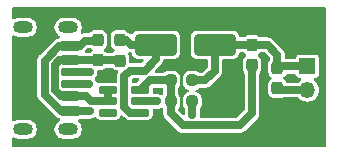
<source format=gbr>
%TF.GenerationSoftware,KiCad,Pcbnew,8.0.8*%
%TF.CreationDate,2025-02-05T16:41:29+08:00*%
%TF.ProjectId,5V24VBoostUp(USBC),35563234-5642-46f6-9f73-745570285553,rev?*%
%TF.SameCoordinates,Original*%
%TF.FileFunction,Copper,L1,Top*%
%TF.FilePolarity,Positive*%
%FSLAX46Y46*%
G04 Gerber Fmt 4.6, Leading zero omitted, Abs format (unit mm)*
G04 Created by KiCad (PCBNEW 8.0.8) date 2025-02-05 16:41:29*
%MOMM*%
%LPD*%
G01*
G04 APERTURE LIST*
G04 Aperture macros list*
%AMRoundRect*
0 Rectangle with rounded corners*
0 $1 Rounding radius*
0 $2 $3 $4 $5 $6 $7 $8 $9 X,Y pos of 4 corners*
0 Add a 4 corners polygon primitive as box body*
4,1,4,$2,$3,$4,$5,$6,$7,$8,$9,$2,$3,0*
0 Add four circle primitives for the rounded corners*
1,1,$1+$1,$2,$3*
1,1,$1+$1,$4,$5*
1,1,$1+$1,$6,$7*
1,1,$1+$1,$8,$9*
0 Add four rect primitives between the rounded corners*
20,1,$1+$1,$2,$3,$4,$5,0*
20,1,$1+$1,$4,$5,$6,$7,0*
20,1,$1+$1,$6,$7,$8,$9,0*
20,1,$1+$1,$8,$9,$2,$3,0*%
G04 Aperture macros list end*
%TA.AperFunction,SMDPad,CuDef*%
%ADD10RoundRect,0.162500X0.617500X0.162500X-0.617500X0.162500X-0.617500X-0.162500X0.617500X-0.162500X0*%
%TD*%
%TA.AperFunction,SMDPad,CuDef*%
%ADD11RoundRect,0.237500X-0.250000X-0.237500X0.250000X-0.237500X0.250000X0.237500X-0.250000X0.237500X0*%
%TD*%
%TA.AperFunction,SMDPad,CuDef*%
%ADD12RoundRect,0.237500X-0.237500X0.300000X-0.237500X-0.300000X0.237500X-0.300000X0.237500X0.300000X0*%
%TD*%
%TA.AperFunction,SMDPad,CuDef*%
%ADD13RoundRect,0.175000X-0.625000X0.175000X-0.625000X-0.175000X0.625000X-0.175000X0.625000X0.175000X0*%
%TD*%
%TA.AperFunction,SMDPad,CuDef*%
%ADD14RoundRect,0.200000X-0.600000X0.200000X-0.600000X-0.200000X0.600000X-0.200000X0.600000X0.200000X0*%
%TD*%
%TA.AperFunction,SMDPad,CuDef*%
%ADD15RoundRect,0.225000X-0.575000X0.225000X-0.575000X-0.225000X0.575000X-0.225000X0.575000X0.225000X0*%
%TD*%
%TA.AperFunction,HeatsinkPad*%
%ADD16O,1.700000X1.000000*%
%TD*%
%TA.AperFunction,ComponentPad*%
%ADD17R,1.350000X1.350000*%
%TD*%
%TA.AperFunction,ComponentPad*%
%ADD18O,1.350000X1.350000*%
%TD*%
%TA.AperFunction,SMDPad,CuDef*%
%ADD19RoundRect,0.237500X0.237500X-0.300000X0.237500X0.300000X-0.237500X0.300000X-0.237500X-0.300000X0*%
%TD*%
%TA.AperFunction,SMDPad,CuDef*%
%ADD20RoundRect,0.250000X1.500000X0.650000X-1.500000X0.650000X-1.500000X-0.650000X1.500000X-0.650000X0*%
%TD*%
%TA.AperFunction,SMDPad,CuDef*%
%ADD21RoundRect,0.237500X0.237500X-0.287500X0.237500X0.287500X-0.237500X0.287500X-0.237500X-0.287500X0*%
%TD*%
%TA.AperFunction,SMDPad,CuDef*%
%ADD22RoundRect,0.237500X0.250000X0.237500X-0.250000X0.237500X-0.250000X-0.237500X0.250000X-0.237500X0*%
%TD*%
%TA.AperFunction,ViaPad*%
%ADD23C,0.600000*%
%TD*%
%TA.AperFunction,Conductor*%
%ADD24C,0.650000*%
%TD*%
G04 APERTURE END LIST*
D10*
%TO.P,U1,1,SW*%
%TO.N,Net-(D1-A)*%
X121970800Y-96057800D03*
%TO.P,U1,2,GND*%
%TO.N,GND*%
X121970800Y-95107800D03*
%TO.P,U1,3,FB*%
%TO.N,Net-(U1-FB)*%
X121970800Y-94157800D03*
%TO.P,U1,4,EN*%
%TO.N,Net-(U1-EN)*%
X119270800Y-94157800D03*
%TO.P,U1,5,IN*%
X119270800Y-95107800D03*
%TO.P,U1,6,NC*%
%TO.N,unconnected-(U1-NC-Pad6)*%
X119270800Y-96057800D03*
%TD*%
D11*
%TO.P,R1,1*%
%TO.N,Net-(U1-FB)*%
X124588900Y-93345000D03*
%TO.P,R1,2*%
%TO.N,Net-(D1-K)*%
X126413900Y-93345000D03*
%TD*%
D12*
%TO.P,C2,1*%
%TO.N,Net-(D1-K)*%
X131470400Y-90322400D03*
%TO.P,C2,2*%
%TO.N,Net-(U1-FB)*%
X131470400Y-92047400D03*
%TD*%
D13*
%TO.P,J3,A5,CC1*%
%TO.N,Net-(J3-CC1)*%
X116078000Y-92663200D03*
D14*
%TO.P,J3,A9,VBUS*%
%TO.N,Net-(U1-EN)*%
X116078000Y-94683200D03*
D15*
%TO.P,J3,A12,GND*%
%TO.N,GND*%
X116078000Y-95913200D03*
D13*
%TO.P,J3,B5,CC2*%
%TO.N,Net-(J3-CC2)*%
X116078000Y-93663200D03*
D14*
%TO.P,J3,B9,VBUS*%
%TO.N,Net-(U1-EN)*%
X116078000Y-91643200D03*
D15*
%TO.P,J3,B12,GND*%
%TO.N,GND*%
X116078000Y-90413200D03*
D16*
%TO.P,J3,S1,SHIELD*%
X115898000Y-88843200D03*
X112098000Y-88843200D03*
X115898000Y-97483200D03*
X112098000Y-97483200D03*
%TD*%
D17*
%TO.P,J2,1,Pin_1*%
%TO.N,Net-(D1-K)*%
X136169400Y-92151200D03*
D18*
%TO.P,J2,2,Pin_2*%
%TO.N,GND*%
X136169400Y-94151200D03*
%TD*%
D12*
%TO.P,C3,1*%
%TO.N,Net-(D1-K)*%
X133629400Y-92279300D03*
%TO.P,C3,2*%
%TO.N,GND*%
X133629400Y-94004300D03*
%TD*%
D19*
%TO.P,C1,1*%
%TO.N,Net-(U1-EN)*%
X118440200Y-91641000D03*
%TO.P,C1,2*%
%TO.N,GND*%
X118440200Y-89916000D03*
%TD*%
D20*
%TO.P,D1,1,K*%
%TO.N,Net-(D1-K)*%
X128331600Y-90322400D03*
%TO.P,D1,2,A*%
%TO.N,Net-(D1-A)*%
X123331600Y-90322400D03*
%TD*%
D21*
%TO.P,L1,1,1*%
%TO.N,Net-(U1-EN)*%
X120269000Y-91654600D03*
%TO.P,L1,2,2*%
%TO.N,Net-(D1-A)*%
X120269000Y-89904600D03*
%TD*%
D22*
%TO.P,R2,1*%
%TO.N,GND*%
X126413900Y-95123000D03*
%TO.P,R2,2*%
%TO.N,Net-(U1-FB)*%
X124588900Y-95123000D03*
%TD*%
D23*
%TO.N,GND*%
X126415800Y-96291400D03*
X123418600Y-95123000D03*
X117729000Y-95957801D03*
X117322600Y-89966800D03*
%TO.N,Net-(J3-CC1)*%
X117729000Y-92659200D03*
%TO.N,Net-(J3-CC2)*%
X117703600Y-93675200D03*
%TD*%
D24*
%TO.N,Net-(U1-EN)*%
X114753000Y-92028400D02*
X115138200Y-91643200D01*
X116078000Y-94683200D02*
X115278000Y-94683200D01*
X117441600Y-94683200D02*
X116078000Y-94683200D01*
X114753000Y-94158200D02*
X114753000Y-92028400D01*
X118440200Y-91641000D02*
X120255400Y-91641000D01*
X118438000Y-91643200D02*
X118440200Y-91641000D01*
X119270800Y-95107800D02*
X117866200Y-95107800D01*
X119270800Y-94157800D02*
X119270800Y-95107800D01*
X117866200Y-95107800D02*
X117441600Y-94683200D01*
X115278000Y-94683200D02*
X114753000Y-94158200D01*
X115138200Y-91643200D02*
X116078000Y-91643200D01*
X116078000Y-91643200D02*
X118438000Y-91643200D01*
X120255400Y-91641000D02*
X120269000Y-91654600D01*
%TO.N,GND*%
X113902999Y-91676319D02*
X115166118Y-90413200D01*
X116078000Y-95913200D02*
X115278000Y-95913200D01*
X116876200Y-90413200D02*
X117322600Y-89966800D01*
X136169400Y-94151200D02*
X133776300Y-94151200D01*
X115166118Y-90413200D02*
X116078000Y-90413200D01*
X121970800Y-95107800D02*
X123403400Y-95107800D01*
X113902999Y-94538199D02*
X113902999Y-91676319D01*
X115278000Y-95913200D02*
X113902999Y-94538199D01*
X117322600Y-89966800D02*
X118389400Y-89966800D01*
X123403400Y-95107800D02*
X123418600Y-95123000D01*
X118389400Y-89966800D02*
X118440200Y-89916000D01*
X116122601Y-95957801D02*
X117729000Y-95957801D01*
X116078000Y-90413200D02*
X116876200Y-90413200D01*
X133776300Y-94151200D02*
X133629400Y-94004300D01*
X116078000Y-95913200D02*
X116122601Y-95957801D01*
X126413900Y-96289500D02*
X126415800Y-96291400D01*
X126413900Y-95123000D02*
X126413900Y-96289500D01*
%TO.N,Net-(D1-K)*%
X126415800Y-93319600D02*
X127533400Y-93319600D01*
X131470400Y-90322400D02*
X132791200Y-90322400D01*
X128331600Y-92521400D02*
X128331600Y-90322400D01*
X133629400Y-91160600D02*
X133629400Y-92279300D01*
X133757500Y-92151200D02*
X133629400Y-92279300D01*
X131470400Y-90322400D02*
X128331600Y-90322400D01*
X127533400Y-93319600D02*
X128331600Y-92521400D01*
X136169400Y-92151200D02*
X133757500Y-92151200D01*
X132791200Y-90322400D02*
X133629400Y-91160600D01*
%TO.N,Net-(U1-FB)*%
X131470400Y-92047400D02*
X131470400Y-96113600D01*
X121970800Y-94157800D02*
X122809000Y-93319600D01*
X124590800Y-93319600D02*
X124590800Y-95121100D01*
X130442599Y-97141401D02*
X125589401Y-97141401D01*
X125589401Y-97141401D02*
X124588900Y-96140900D01*
X124590800Y-95121100D02*
X124588900Y-95123000D01*
X124588900Y-96140900D02*
X124588900Y-95123000D01*
X122809000Y-93319600D02*
X124590800Y-93319600D01*
X131470400Y-96113600D02*
X130442599Y-97141401D01*
%TO.N,Net-(D1-A)*%
X123331600Y-91552400D02*
X123331600Y-90322400D01*
X121147200Y-92506800D02*
X122377200Y-92506800D01*
X121208800Y-90322400D02*
X123331600Y-90322400D01*
X120665800Y-92988200D02*
X121147200Y-92506800D01*
X121970800Y-96057800D02*
X121164026Y-96057800D01*
X120269000Y-89904600D02*
X120791000Y-89904600D01*
X120665800Y-95559574D02*
X120665800Y-92988200D01*
X121164026Y-96057800D02*
X120665800Y-95559574D01*
X120791000Y-89904600D02*
X121208800Y-90322400D01*
X122377200Y-92506800D02*
X123331600Y-91552400D01*
%TO.N,Net-(J3-CC1)*%
X116078000Y-92663200D02*
X117725000Y-92663200D01*
X117725000Y-92663200D02*
X117729000Y-92659200D01*
%TO.N,Net-(J3-CC2)*%
X117691600Y-93663200D02*
X117703600Y-93675200D01*
X116078000Y-93663200D02*
X117691600Y-93663200D01*
%TD*%
%TA.AperFunction,NonConductor*%
G36*
X137720139Y-87184985D02*
G01*
X137765894Y-87237789D01*
X137777100Y-87289300D01*
X137777100Y-98892700D01*
X137757415Y-98959739D01*
X137704611Y-99005494D01*
X137653100Y-99016700D01*
X111266900Y-99016700D01*
X111199861Y-98997015D01*
X111154106Y-98944211D01*
X111142900Y-98892700D01*
X111142900Y-98273626D01*
X111162585Y-98206587D01*
X111215389Y-98160832D01*
X111284547Y-98150888D01*
X111335792Y-98170525D01*
X111368812Y-98192589D01*
X111368827Y-98192597D01*
X111514498Y-98252935D01*
X111514503Y-98252937D01*
X111669153Y-98283699D01*
X111669156Y-98283700D01*
X111669158Y-98283700D01*
X112526844Y-98283700D01*
X112526845Y-98283699D01*
X112681497Y-98252937D01*
X112827179Y-98192594D01*
X112958289Y-98104989D01*
X113069789Y-97993489D01*
X113157394Y-97862379D01*
X113217737Y-97716697D01*
X113248500Y-97562042D01*
X113248500Y-97404358D01*
X113248500Y-97404355D01*
X113248499Y-97404353D01*
X113217738Y-97249710D01*
X113217737Y-97249703D01*
X113217735Y-97249698D01*
X113157397Y-97104027D01*
X113157390Y-97104014D01*
X113069789Y-96972911D01*
X113069786Y-96972907D01*
X112958292Y-96861413D01*
X112958288Y-96861410D01*
X112827185Y-96773809D01*
X112827172Y-96773802D01*
X112681501Y-96713464D01*
X112681489Y-96713461D01*
X112526845Y-96682700D01*
X112526842Y-96682700D01*
X111669158Y-96682700D01*
X111669155Y-96682700D01*
X111514510Y-96713461D01*
X111514498Y-96713464D01*
X111368827Y-96773802D01*
X111368816Y-96773808D01*
X111335790Y-96795876D01*
X111269113Y-96816753D01*
X111201733Y-96798268D01*
X111155043Y-96746289D01*
X111142900Y-96692773D01*
X111142900Y-91614707D01*
X113277499Y-91614707D01*
X113277499Y-91614713D01*
X113277499Y-94476592D01*
X113277499Y-94599806D01*
X113279664Y-94610692D01*
X113286220Y-94643655D01*
X113301534Y-94720646D01*
X113301537Y-94720654D01*
X113311542Y-94744808D01*
X113348684Y-94834479D01*
X113348689Y-94834488D01*
X113382913Y-94885706D01*
X113382914Y-94885708D01*
X113417140Y-94936932D01*
X113508585Y-95028377D01*
X113508607Y-95028397D01*
X114789016Y-96308806D01*
X114789045Y-96308837D01*
X114879264Y-96399056D01*
X114879267Y-96399058D01*
X114930490Y-96433284D01*
X114981714Y-96467512D01*
X114981715Y-96467512D01*
X114981716Y-96467513D01*
X114992431Y-96471951D01*
X115062207Y-96500852D01*
X115095548Y-96514663D01*
X115113914Y-96518316D01*
X115164646Y-96541128D01*
X115192295Y-96562094D01*
X115233820Y-96618285D01*
X115238373Y-96688006D01*
X115204509Y-96749121D01*
X115173527Y-96769695D01*
X115174191Y-96770936D01*
X115168814Y-96773809D01*
X115037711Y-96861410D01*
X115037707Y-96861413D01*
X114926213Y-96972907D01*
X114926210Y-96972911D01*
X114838609Y-97104014D01*
X114838602Y-97104027D01*
X114778264Y-97249698D01*
X114778261Y-97249710D01*
X114747500Y-97404353D01*
X114747500Y-97562046D01*
X114778261Y-97716689D01*
X114778264Y-97716701D01*
X114838602Y-97862372D01*
X114838609Y-97862385D01*
X114926210Y-97993488D01*
X114926213Y-97993492D01*
X115037707Y-98104986D01*
X115037711Y-98104989D01*
X115168814Y-98192590D01*
X115168827Y-98192597D01*
X115314498Y-98252935D01*
X115314503Y-98252937D01*
X115469153Y-98283699D01*
X115469156Y-98283700D01*
X115469158Y-98283700D01*
X116326844Y-98283700D01*
X116326845Y-98283699D01*
X116481497Y-98252937D01*
X116627179Y-98192594D01*
X116758289Y-98104989D01*
X116869789Y-97993489D01*
X116957394Y-97862379D01*
X117017737Y-97716697D01*
X117048500Y-97562042D01*
X117048500Y-97404358D01*
X117048500Y-97404355D01*
X117048499Y-97404353D01*
X117017738Y-97249710D01*
X117017737Y-97249703D01*
X117017735Y-97249698D01*
X116957397Y-97104027D01*
X116957390Y-97104014D01*
X116869789Y-96972911D01*
X116869786Y-96972907D01*
X116758292Y-96861413D01*
X116756877Y-96860252D01*
X116756334Y-96859455D01*
X116753982Y-96857103D01*
X116754427Y-96856657D01*
X116717540Y-96802508D01*
X116715666Y-96732664D01*
X116751850Y-96672893D01*
X116790043Y-96649042D01*
X116912975Y-96600564D01*
X116912982Y-96600557D01*
X116915371Y-96599216D01*
X116918409Y-96598420D01*
X116920865Y-96597452D01*
X116920981Y-96597746D01*
X116976147Y-96583301D01*
X117790607Y-96583301D01*
X117790608Y-96583300D01*
X117911452Y-96559264D01*
X118025286Y-96512112D01*
X118106341Y-96457952D01*
X118173017Y-96437075D01*
X118240397Y-96455559D01*
X118275001Y-96487421D01*
X118284915Y-96500854D01*
X118322210Y-96551388D01*
X118322212Y-96551390D01*
X118434505Y-96634265D01*
X118434507Y-96634266D01*
X118434511Y-96634269D01*
X118434514Y-96634270D01*
X118566249Y-96680367D01*
X118597524Y-96683300D01*
X118597528Y-96683300D01*
X119944076Y-96683300D01*
X119975349Y-96680367D01*
X119975351Y-96680367D01*
X120064876Y-96649040D01*
X120107089Y-96634269D01*
X120219389Y-96551389D01*
X120302269Y-96439089D01*
X120330007Y-96359819D01*
X120370728Y-96303043D01*
X120435681Y-96277296D01*
X120504243Y-96290752D01*
X120534729Y-96313093D01*
X120675042Y-96453406D01*
X120675071Y-96453437D01*
X120765289Y-96543655D01*
X120765297Y-96543661D01*
X120840995Y-96594241D01*
X120840996Y-96594241D01*
X120867741Y-96612112D01*
X120923884Y-96635367D01*
X120923885Y-96635367D01*
X120923886Y-96635368D01*
X120960260Y-96650434D01*
X120981574Y-96659263D01*
X121025052Y-96667911D01*
X121102417Y-96683299D01*
X121102418Y-96683300D01*
X121102419Y-96683300D01*
X122644076Y-96683300D01*
X122675349Y-96680367D01*
X122675351Y-96680367D01*
X122764876Y-96649040D01*
X122807089Y-96634269D01*
X122919389Y-96551389D01*
X123002269Y-96439089D01*
X123032391Y-96353007D01*
X123048367Y-96307351D01*
X123048367Y-96307349D01*
X123051300Y-96276076D01*
X123051300Y-95857300D01*
X123070985Y-95790261D01*
X123123789Y-95744506D01*
X123175300Y-95733300D01*
X123268365Y-95733300D01*
X123292555Y-95735682D01*
X123356991Y-95748499D01*
X123356992Y-95748500D01*
X123356993Y-95748500D01*
X123480208Y-95748500D01*
X123480209Y-95748499D01*
X123601051Y-95724463D01*
X123714885Y-95677312D01*
X123743249Y-95658358D01*
X123809923Y-95637480D01*
X123877304Y-95655963D01*
X123910944Y-95686535D01*
X123938204Y-95722483D01*
X123963027Y-95787795D01*
X123963400Y-95797408D01*
X123963400Y-96202511D01*
X123987435Y-96323344D01*
X123987440Y-96323361D01*
X124034585Y-96437181D01*
X124034590Y-96437190D01*
X124054852Y-96467513D01*
X124054853Y-96467514D01*
X124103041Y-96539632D01*
X124103044Y-96539636D01*
X124194486Y-96631078D01*
X124194508Y-96631098D01*
X125100417Y-97537007D01*
X125100446Y-97537038D01*
X125190665Y-97627257D01*
X125190668Y-97627259D01*
X125241891Y-97661485D01*
X125293115Y-97695713D01*
X125373608Y-97729053D01*
X125406949Y-97742864D01*
X125467372Y-97754882D01*
X125527794Y-97766901D01*
X130504206Y-97766901D01*
X130564628Y-97754882D01*
X130625051Y-97742864D01*
X130625054Y-97742862D01*
X130625057Y-97742862D01*
X130658386Y-97729055D01*
X130658385Y-97729055D01*
X130658391Y-97729053D01*
X130738885Y-97695713D01*
X130790108Y-97661485D01*
X130790110Y-97661484D01*
X130802870Y-97652957D01*
X130841332Y-97627259D01*
X130928457Y-97540134D01*
X130928458Y-97540132D01*
X130935524Y-97533066D01*
X130935527Y-97533062D01*
X131869129Y-96599460D01*
X131869133Y-96599458D01*
X131956258Y-96512333D01*
X131990484Y-96461109D01*
X132024712Y-96409886D01*
X132065285Y-96311933D01*
X132071863Y-96296052D01*
X132095900Y-96175206D01*
X132095900Y-92767824D01*
X132115585Y-92700785D01*
X132121096Y-92692899D01*
X132165655Y-92634139D01*
X132181262Y-92613558D01*
X132235517Y-92475977D01*
X132245900Y-92389518D01*
X132245900Y-91705282D01*
X132235517Y-91618823D01*
X132181262Y-91481242D01*
X132158846Y-91451682D01*
X132091900Y-91363399D01*
X132012824Y-91303435D01*
X131986803Y-91283702D01*
X131945281Y-91227512D01*
X131940729Y-91157791D01*
X131974593Y-91096677D01*
X131986799Y-91086099D01*
X132091900Y-91006400D01*
X132091901Y-91006399D01*
X132099049Y-90996974D01*
X132155242Y-90955451D01*
X132197852Y-90947900D01*
X132480748Y-90947900D01*
X132547787Y-90967585D01*
X132568429Y-90984219D01*
X132967581Y-91383371D01*
X133001066Y-91444694D01*
X133003900Y-91471052D01*
X133003900Y-91558875D01*
X132984215Y-91625914D01*
X132978704Y-91633800D01*
X132918539Y-91713139D01*
X132864282Y-91850724D01*
X132864282Y-91850725D01*
X132853900Y-91937181D01*
X132853900Y-92621418D01*
X132864282Y-92707874D01*
X132864282Y-92707875D01*
X132870444Y-92723500D01*
X132917034Y-92841645D01*
X132918539Y-92845460D01*
X133007899Y-92963300D01*
X133112995Y-93042996D01*
X133154518Y-93099188D01*
X133159070Y-93168909D01*
X133125205Y-93230024D01*
X133112995Y-93240604D01*
X133007899Y-93320299D01*
X132918539Y-93438139D01*
X132864282Y-93575724D01*
X132864282Y-93575725D01*
X132853900Y-93662181D01*
X132853900Y-94346418D01*
X132864282Y-94432874D01*
X132864282Y-94432875D01*
X132918539Y-94570460D01*
X133007899Y-94688300D01*
X133098396Y-94756925D01*
X133125742Y-94777662D01*
X133263323Y-94831917D01*
X133320962Y-94838839D01*
X133349781Y-94842300D01*
X133349782Y-94842300D01*
X133909019Y-94842300D01*
X133930632Y-94839704D01*
X133995477Y-94831917D01*
X134113575Y-94785344D01*
X134159065Y-94776700D01*
X135362138Y-94776700D01*
X135429177Y-94796385D01*
X135457992Y-94822036D01*
X135476280Y-94844320D01*
X135624817Y-94966222D01*
X135624824Y-94966226D01*
X135794281Y-95056803D01*
X135794283Y-95056803D01*
X135794286Y-95056805D01*
X135978169Y-95112585D01*
X135978168Y-95112585D01*
X135995314Y-95114273D01*
X136169400Y-95131420D01*
X136360631Y-95112585D01*
X136544514Y-95056805D01*
X136713981Y-94966223D01*
X136862520Y-94844320D01*
X136984423Y-94695781D01*
X137044015Y-94584293D01*
X137075003Y-94526318D01*
X137075003Y-94526317D01*
X137075005Y-94526314D01*
X137130785Y-94342431D01*
X137149620Y-94151200D01*
X137130785Y-93959969D01*
X137075005Y-93776086D01*
X137075003Y-93776083D01*
X137075003Y-93776081D01*
X136984426Y-93606624D01*
X136984422Y-93606617D01*
X136862520Y-93458079D01*
X136726623Y-93346552D01*
X136687289Y-93288807D01*
X136685418Y-93218962D01*
X136721605Y-93159194D01*
X136784361Y-93128478D01*
X136805287Y-93126699D01*
X136889264Y-93126699D01*
X136889279Y-93126697D01*
X136889282Y-93126697D01*
X136914387Y-93123786D01*
X136914388Y-93123785D01*
X136914391Y-93123785D01*
X137017165Y-93078406D01*
X137096606Y-92998965D01*
X137141985Y-92896191D01*
X137144900Y-92871065D01*
X137144899Y-91431336D01*
X137144897Y-91431317D01*
X137141986Y-91406212D01*
X137141985Y-91406210D01*
X137141985Y-91406209D01*
X137096606Y-91303435D01*
X137017165Y-91223994D01*
X137007628Y-91219783D01*
X136914392Y-91178615D01*
X136889265Y-91175700D01*
X135449543Y-91175700D01*
X135449517Y-91175702D01*
X135424412Y-91178613D01*
X135424408Y-91178615D01*
X135321635Y-91223993D01*
X135242194Y-91303434D01*
X135196815Y-91406206D01*
X135196815Y-91406208D01*
X135195680Y-91415992D01*
X135168399Y-91480316D01*
X135110673Y-91519680D01*
X135072506Y-91525700D01*
X134378900Y-91525700D01*
X134311861Y-91506015D01*
X134266106Y-91453211D01*
X134254900Y-91401700D01*
X134254900Y-91098996D01*
X134252451Y-91086684D01*
X134238293Y-91015502D01*
X134238293Y-91015501D01*
X134230864Y-90978153D01*
X134230863Y-90978152D01*
X134230863Y-90978148D01*
X134195899Y-90893738D01*
X134195474Y-90892713D01*
X134184709Y-90866723D01*
X134183712Y-90864315D01*
X134158662Y-90826826D01*
X134148712Y-90811934D01*
X134148710Y-90811932D01*
X134115256Y-90761864D01*
X134025037Y-90671645D01*
X134025006Y-90671616D01*
X133281398Y-89928008D01*
X133281378Y-89927986D01*
X133189933Y-89836541D01*
X133138709Y-89802315D01*
X133134822Y-89799718D01*
X133087486Y-89768088D01*
X133004100Y-89733549D01*
X133004098Y-89733547D01*
X132973655Y-89720938D01*
X132973653Y-89720937D01*
X132973652Y-89720937D01*
X132913229Y-89708918D01*
X132852810Y-89696900D01*
X132852807Y-89696900D01*
X132852806Y-89696900D01*
X132197852Y-89696900D01*
X132130813Y-89677215D01*
X132099049Y-89647826D01*
X132091901Y-89638400D01*
X131974060Y-89549039D01*
X131974058Y-89549038D01*
X131836477Y-89494783D01*
X131836476Y-89494782D01*
X131836474Y-89494782D01*
X131750019Y-89484400D01*
X131750018Y-89484400D01*
X131190782Y-89484400D01*
X131190781Y-89484400D01*
X131104325Y-89494782D01*
X131104324Y-89494782D01*
X130966739Y-89549039D01*
X130848898Y-89638400D01*
X130841751Y-89647826D01*
X130785558Y-89689349D01*
X130742948Y-89696900D01*
X130500218Y-89696900D01*
X130433179Y-89677215D01*
X130387424Y-89624411D01*
X130377103Y-89587686D01*
X130371477Y-89540836D01*
X130315961Y-89400058D01*
X130315960Y-89400057D01*
X130315960Y-89400056D01*
X130224522Y-89279477D01*
X130103943Y-89188039D01*
X130007792Y-89150122D01*
X129963164Y-89132523D01*
X129963163Y-89132522D01*
X129963161Y-89132522D01*
X129917526Y-89127042D01*
X129874702Y-89121900D01*
X126788498Y-89121900D01*
X126749453Y-89126588D01*
X126700038Y-89132522D01*
X126559256Y-89188039D01*
X126438677Y-89279477D01*
X126347239Y-89400056D01*
X126291722Y-89540838D01*
X126286097Y-89587683D01*
X126281100Y-89629298D01*
X126281100Y-91015502D01*
X126286097Y-91057117D01*
X126291722Y-91103961D01*
X126347239Y-91244743D01*
X126438677Y-91365322D01*
X126559256Y-91456760D01*
X126559257Y-91456760D01*
X126559258Y-91456761D01*
X126700036Y-91512277D01*
X126788498Y-91522900D01*
X127582100Y-91522900D01*
X127649139Y-91542585D01*
X127694894Y-91595389D01*
X127706100Y-91646900D01*
X127706100Y-92210948D01*
X127686415Y-92277987D01*
X127669781Y-92298629D01*
X127310629Y-92657781D01*
X127249306Y-92691266D01*
X127222948Y-92694100D01*
X127050829Y-92694100D01*
X126983790Y-92674415D01*
X126975904Y-92668904D01*
X126930059Y-92634139D01*
X126930060Y-92634139D01*
X126930058Y-92634138D01*
X126792477Y-92579883D01*
X126792476Y-92579882D01*
X126792474Y-92579882D01*
X126706019Y-92569500D01*
X126706018Y-92569500D01*
X126121782Y-92569500D01*
X126121781Y-92569500D01*
X126035325Y-92579882D01*
X126035324Y-92579882D01*
X125897739Y-92634139D01*
X125779899Y-92723499D01*
X125690539Y-92841339D01*
X125636282Y-92978924D01*
X125636282Y-92978925D01*
X125625900Y-93065381D01*
X125625900Y-93624618D01*
X125636282Y-93711074D01*
X125636282Y-93711075D01*
X125690539Y-93848660D01*
X125779899Y-93966500D01*
X125826794Y-94002061D01*
X125897742Y-94055862D01*
X126035323Y-94110117D01*
X126041361Y-94110842D01*
X126041718Y-94110885D01*
X126105932Y-94138422D01*
X126145065Y-94196305D01*
X126146691Y-94266156D01*
X126110295Y-94325797D01*
X126047432Y-94356294D01*
X126041718Y-94357115D01*
X126035325Y-94357882D01*
X126035324Y-94357882D01*
X125897739Y-94412139D01*
X125779899Y-94501499D01*
X125690539Y-94619339D01*
X125636282Y-94756924D01*
X125636282Y-94756925D01*
X125625900Y-94843381D01*
X125625900Y-95402618D01*
X125636282Y-95489074D01*
X125636282Y-95489075D01*
X125690539Y-95626660D01*
X125763204Y-95722483D01*
X125788027Y-95787794D01*
X125788400Y-95797408D01*
X125788400Y-96156448D01*
X125768715Y-96223487D01*
X125715911Y-96269242D01*
X125646753Y-96279186D01*
X125583197Y-96250161D01*
X125576719Y-96244129D01*
X125250719Y-95918129D01*
X125217234Y-95856806D01*
X125214400Y-95830448D01*
X125214400Y-95797408D01*
X125234085Y-95730369D01*
X125239596Y-95722483D01*
X125273851Y-95677311D01*
X125312262Y-95626658D01*
X125366517Y-95489077D01*
X125376900Y-95402618D01*
X125376900Y-94843382D01*
X125366517Y-94756923D01*
X125312262Y-94619342D01*
X125299256Y-94602191D01*
X125241496Y-94526022D01*
X125216673Y-94460710D01*
X125216300Y-94451097D01*
X125216300Y-94016902D01*
X125235985Y-93949863D01*
X125241496Y-93941977D01*
X125248242Y-93933081D01*
X125312262Y-93848658D01*
X125366517Y-93711077D01*
X125376900Y-93624618D01*
X125376900Y-93065382D01*
X125376005Y-93057933D01*
X125366517Y-92978925D01*
X125366517Y-92978924D01*
X125333892Y-92896193D01*
X125312262Y-92841342D01*
X125294328Y-92817692D01*
X125222900Y-92723499D01*
X125105060Y-92634139D01*
X125105058Y-92634138D01*
X124967477Y-92579883D01*
X124967476Y-92579882D01*
X124967474Y-92579882D01*
X124881019Y-92569500D01*
X124881018Y-92569500D01*
X124296782Y-92569500D01*
X124296781Y-92569500D01*
X124210325Y-92579882D01*
X124210324Y-92579882D01*
X124072739Y-92634139D01*
X124026896Y-92668904D01*
X123961585Y-92693727D01*
X123951971Y-92694100D01*
X123373853Y-92694100D01*
X123306814Y-92674415D01*
X123261059Y-92621611D01*
X123251115Y-92552453D01*
X123280140Y-92488897D01*
X123286172Y-92482419D01*
X123817457Y-91951134D01*
X123817683Y-91950798D01*
X123885907Y-91848692D01*
X123885907Y-91848691D01*
X123885911Y-91848686D01*
X123933063Y-91734852D01*
X123955369Y-91622707D01*
X123987753Y-91560799D01*
X124048468Y-91526224D01*
X124076986Y-91522900D01*
X124874697Y-91522900D01*
X124874702Y-91522900D01*
X124963164Y-91512277D01*
X125103942Y-91456761D01*
X125224522Y-91365322D01*
X125315961Y-91244742D01*
X125371477Y-91103964D01*
X125382100Y-91015502D01*
X125382100Y-89629298D01*
X125371477Y-89540836D01*
X125315961Y-89400058D01*
X125315960Y-89400057D01*
X125315960Y-89400056D01*
X125224522Y-89279477D01*
X125103943Y-89188039D01*
X125007792Y-89150122D01*
X124963164Y-89132523D01*
X124963163Y-89132522D01*
X124963161Y-89132522D01*
X124917526Y-89127042D01*
X124874702Y-89121900D01*
X121788498Y-89121900D01*
X121749453Y-89126588D01*
X121700038Y-89132522D01*
X121559256Y-89188039D01*
X121438677Y-89279478D01*
X121355442Y-89389239D01*
X121299250Y-89430762D01*
X121229529Y-89435313D01*
X121187749Y-89417416D01*
X121145579Y-89389239D01*
X121134380Y-89381756D01*
X121087286Y-89350288D01*
X121086209Y-89349842D01*
X121047354Y-89333748D01*
X121000974Y-89314537D01*
X120973452Y-89303137D01*
X120973448Y-89303136D01*
X120973184Y-89303056D01*
X120973062Y-89302976D01*
X120967825Y-89300807D01*
X120968236Y-89299813D01*
X120914749Y-89264754D01*
X120910385Y-89259323D01*
X120890500Y-89233100D01*
X120890495Y-89233096D01*
X120772660Y-89143739D01*
X120772658Y-89143738D01*
X120635077Y-89089483D01*
X120635076Y-89089482D01*
X120635074Y-89089482D01*
X120548619Y-89079100D01*
X120548618Y-89079100D01*
X119989382Y-89079100D01*
X119989381Y-89079100D01*
X119902925Y-89089482D01*
X119902924Y-89089482D01*
X119765339Y-89143739D01*
X119647499Y-89233099D01*
X119558139Y-89350939D01*
X119503882Y-89488524D01*
X119503882Y-89488525D01*
X119493500Y-89574981D01*
X119493500Y-90234218D01*
X119503882Y-90320674D01*
X119503882Y-90320675D01*
X119558139Y-90458260D01*
X119647499Y-90576100D01*
X119765339Y-90665460D01*
X119765342Y-90665462D01*
X119765343Y-90665462D01*
X119772734Y-90669618D01*
X119771647Y-90671551D01*
X119817403Y-90707154D01*
X119840595Y-90773063D01*
X119824472Y-90841047D01*
X119774154Y-90889522D01*
X119767163Y-90892713D01*
X119765342Y-90893738D01*
X119653324Y-90978684D01*
X119640742Y-90988225D01*
X119639018Y-90985952D01*
X119590096Y-91012666D01*
X119563738Y-91015500D01*
X119167652Y-91015500D01*
X119100613Y-90995815D01*
X119068849Y-90966426D01*
X119061701Y-90957000D01*
X118976924Y-90892713D01*
X118956603Y-90877302D01*
X118915081Y-90821112D01*
X118910529Y-90751391D01*
X118944393Y-90690277D01*
X118956599Y-90679699D01*
X119061700Y-90600000D01*
X119151062Y-90482158D01*
X119205317Y-90344577D01*
X119215700Y-90258118D01*
X119215700Y-89573882D01*
X119213143Y-89552594D01*
X119205317Y-89487425D01*
X119205317Y-89487424D01*
X119205317Y-89487423D01*
X119151062Y-89349842D01*
X119151060Y-89349839D01*
X119061700Y-89231999D01*
X118943860Y-89142639D01*
X118943858Y-89142638D01*
X118806277Y-89088383D01*
X118806276Y-89088382D01*
X118806274Y-89088382D01*
X118719819Y-89078000D01*
X118719818Y-89078000D01*
X118160582Y-89078000D01*
X118160581Y-89078000D01*
X118074125Y-89088382D01*
X118074124Y-89088382D01*
X117936539Y-89142639D01*
X117818704Y-89231996D01*
X117818699Y-89232000D01*
X117793862Y-89264754D01*
X117773029Y-89292226D01*
X117716839Y-89333748D01*
X117674227Y-89341300D01*
X117384207Y-89341300D01*
X117260993Y-89341300D01*
X117218049Y-89349842D01*
X117218048Y-89349841D01*
X117140154Y-89365335D01*
X117140134Y-89365341D01*
X117124634Y-89371761D01*
X117055164Y-89379227D01*
X116992687Y-89347949D01*
X116957037Y-89287858D01*
X116959535Y-89218033D01*
X116962615Y-89209772D01*
X117017737Y-89076697D01*
X117048500Y-88922042D01*
X117048500Y-88764358D01*
X117048500Y-88764355D01*
X117048499Y-88764353D01*
X117017738Y-88609710D01*
X117017737Y-88609703D01*
X117017735Y-88609698D01*
X116957397Y-88464027D01*
X116957390Y-88464014D01*
X116869789Y-88332911D01*
X116869786Y-88332907D01*
X116758292Y-88221413D01*
X116758288Y-88221410D01*
X116627185Y-88133809D01*
X116627172Y-88133802D01*
X116481501Y-88073464D01*
X116481489Y-88073461D01*
X116326845Y-88042700D01*
X116326842Y-88042700D01*
X115469158Y-88042700D01*
X115469155Y-88042700D01*
X115314510Y-88073461D01*
X115314498Y-88073464D01*
X115168827Y-88133802D01*
X115168814Y-88133809D01*
X115037711Y-88221410D01*
X115037707Y-88221413D01*
X114926213Y-88332907D01*
X114926210Y-88332911D01*
X114838609Y-88464014D01*
X114838602Y-88464027D01*
X114778264Y-88609698D01*
X114778261Y-88609710D01*
X114747500Y-88764353D01*
X114747500Y-88922046D01*
X114778261Y-89076689D01*
X114778264Y-89076701D01*
X114838602Y-89222372D01*
X114838609Y-89222385D01*
X114926210Y-89353488D01*
X114926213Y-89353492D01*
X115037707Y-89464986D01*
X115037711Y-89464989D01*
X115168814Y-89552590D01*
X115172088Y-89554340D01*
X115173481Y-89555708D01*
X115173886Y-89555979D01*
X115173834Y-89556055D01*
X115221933Y-89603302D01*
X115237395Y-89671439D01*
X115213565Y-89737119D01*
X115158008Y-89779489D01*
X115113637Y-89787700D01*
X115104507Y-89787700D01*
X115044089Y-89799718D01*
X115006377Y-89807219D01*
X114983668Y-89811736D01*
X114983666Y-89811737D01*
X114950325Y-89825547D01*
X114869837Y-89858884D01*
X114869823Y-89858892D01*
X114767390Y-89927338D01*
X114767382Y-89927344D01*
X114118627Y-90576100D01*
X113504269Y-91190458D01*
X113504266Y-91190461D01*
X113474944Y-91219783D01*
X113417141Y-91277585D01*
X113413053Y-91283704D01*
X113385472Y-91324982D01*
X113360891Y-91361768D01*
X113348686Y-91380034D01*
X113348684Y-91380037D01*
X113319008Y-91451681D01*
X113319009Y-91451682D01*
X113301877Y-91493045D01*
X113301857Y-91493093D01*
X113301535Y-91493868D01*
X113277639Y-91614007D01*
X113277499Y-91614707D01*
X111142900Y-91614707D01*
X111142900Y-89633626D01*
X111162585Y-89566587D01*
X111215389Y-89520832D01*
X111284547Y-89510888D01*
X111335792Y-89530525D01*
X111368812Y-89552589D01*
X111368827Y-89552597D01*
X111491242Y-89603302D01*
X111514503Y-89612937D01*
X111669153Y-89643699D01*
X111669156Y-89643700D01*
X111669158Y-89643700D01*
X112526844Y-89643700D01*
X112526845Y-89643699D01*
X112681497Y-89612937D01*
X112794166Y-89566267D01*
X112827172Y-89552597D01*
X112827172Y-89552596D01*
X112827179Y-89552594D01*
X112958289Y-89464989D01*
X113069789Y-89353489D01*
X113157394Y-89222379D01*
X113217737Y-89076697D01*
X113248500Y-88922042D01*
X113248500Y-88764358D01*
X113248500Y-88764355D01*
X113248499Y-88764353D01*
X113217738Y-88609710D01*
X113217737Y-88609703D01*
X113217735Y-88609698D01*
X113157397Y-88464027D01*
X113157390Y-88464014D01*
X113069789Y-88332911D01*
X113069786Y-88332907D01*
X112958292Y-88221413D01*
X112958288Y-88221410D01*
X112827185Y-88133809D01*
X112827172Y-88133802D01*
X112681501Y-88073464D01*
X112681489Y-88073461D01*
X112526845Y-88042700D01*
X112526842Y-88042700D01*
X111669158Y-88042700D01*
X111669155Y-88042700D01*
X111514510Y-88073461D01*
X111514498Y-88073464D01*
X111368827Y-88133802D01*
X111368816Y-88133808D01*
X111335790Y-88155876D01*
X111269113Y-88176753D01*
X111201733Y-88158268D01*
X111155043Y-88106289D01*
X111142900Y-88052773D01*
X111142900Y-87289300D01*
X111162585Y-87222261D01*
X111215389Y-87176506D01*
X111266900Y-87165300D01*
X137653100Y-87165300D01*
X137720139Y-87184985D01*
G37*
%TD.AperFunction*%
%TA.AperFunction,NonConductor*%
G36*
X117833885Y-90611985D02*
G01*
X117841771Y-90617496D01*
X117923795Y-90679696D01*
X117965318Y-90735888D01*
X117969870Y-90805609D01*
X117936006Y-90866723D01*
X117923795Y-90877304D01*
X117818699Y-90956999D01*
X117809884Y-90968625D01*
X117753692Y-91010149D01*
X117711080Y-91017700D01*
X117455653Y-91017700D01*
X117388614Y-90998015D01*
X117342859Y-90945211D01*
X117332915Y-90876053D01*
X117354565Y-90828645D01*
X117351655Y-90826826D01*
X117351660Y-90826818D01*
X117360440Y-90815780D01*
X117361940Y-90812497D01*
X117367972Y-90806019D01*
X117369115Y-90804875D01*
X117369120Y-90804868D01*
X117545372Y-90628616D01*
X117606695Y-90595134D01*
X117633052Y-90592300D01*
X117766846Y-90592300D01*
X117833885Y-90611985D01*
G37*
%TD.AperFunction*%
%TA.AperFunction,NonConductor*%
G36*
X121147193Y-90947900D02*
G01*
X121147194Y-90947900D01*
X121162982Y-90947900D01*
X121230021Y-90967585D01*
X121275776Y-91020389D01*
X121286096Y-91057113D01*
X121288918Y-91080608D01*
X121291722Y-91103961D01*
X121347239Y-91244743D01*
X121438677Y-91365322D01*
X121559256Y-91456760D01*
X121559257Y-91456760D01*
X121559258Y-91456761D01*
X121700036Y-91512277D01*
X121788498Y-91522900D01*
X122177148Y-91522900D01*
X122244187Y-91542585D01*
X122289942Y-91595389D01*
X122299886Y-91664547D01*
X122270861Y-91728103D01*
X122264829Y-91734581D01*
X122154429Y-91844981D01*
X122093106Y-91878466D01*
X122066748Y-91881300D01*
X121168500Y-91881300D01*
X121101461Y-91861615D01*
X121055706Y-91808811D01*
X121044500Y-91757300D01*
X121044500Y-91324980D01*
X121034117Y-91238525D01*
X121034115Y-91238517D01*
X120983516Y-91110207D01*
X120977234Y-91040620D01*
X121009571Y-90978684D01*
X121070260Y-90944063D01*
X121123061Y-90943100D01*
X121147193Y-90947900D01*
G37*
%TD.AperFunction*%
%TA.AperFunction,NonConductor*%
G36*
X135139546Y-92796385D02*
G01*
X135185301Y-92849189D01*
X135195682Y-92886417D01*
X135196815Y-92896192D01*
X135242193Y-92998964D01*
X135242194Y-92998965D01*
X135321635Y-93078406D01*
X135424409Y-93123785D01*
X135449535Y-93126700D01*
X135533512Y-93126699D01*
X135600548Y-93146383D01*
X135646304Y-93199186D01*
X135656248Y-93268345D01*
X135627224Y-93331901D01*
X135612175Y-93346552D01*
X135476280Y-93458078D01*
X135457992Y-93480364D01*
X135400247Y-93519699D01*
X135362138Y-93525700D01*
X134459184Y-93525700D01*
X134392145Y-93506015D01*
X134346390Y-93453211D01*
X134343839Y-93447214D01*
X134340262Y-93438142D01*
X134340260Y-93438139D01*
X134250900Y-93320299D01*
X134152386Y-93245595D01*
X134145803Y-93240602D01*
X134104281Y-93184412D01*
X134099729Y-93114691D01*
X134133593Y-93053577D01*
X134145799Y-93042999D01*
X134250900Y-92963300D01*
X134340262Y-92845458D01*
X134340263Y-92845455D01*
X134343375Y-92839922D01*
X134393392Y-92791136D01*
X134451459Y-92776700D01*
X135072507Y-92776700D01*
X135139546Y-92796385D01*
G37*
%TD.AperFunction*%
%TA.AperFunction,NonConductor*%
G36*
X121879387Y-93151985D02*
G01*
X121925142Y-93204789D01*
X121935086Y-93273947D01*
X121906061Y-93337503D01*
X121900029Y-93343981D01*
X121748029Y-93495981D01*
X121686706Y-93529466D01*
X121660348Y-93532300D01*
X121415300Y-93532300D01*
X121348261Y-93512615D01*
X121302506Y-93459811D01*
X121291300Y-93408300D01*
X121291300Y-93298653D01*
X121310985Y-93231614D01*
X121327620Y-93210971D01*
X121369974Y-93168618D01*
X121431297Y-93135133D01*
X121457654Y-93132300D01*
X121812348Y-93132300D01*
X121879387Y-93151985D01*
G37*
%TD.AperFunction*%
%TA.AperFunction,NonConductor*%
G36*
X119607753Y-92286185D02*
G01*
X119639517Y-92315574D01*
X119647498Y-92326099D01*
X119763891Y-92414362D01*
X119765342Y-92415462D01*
X119902923Y-92469717D01*
X119955025Y-92475974D01*
X119989381Y-92480100D01*
X119989382Y-92480100D01*
X120021030Y-92480100D01*
X120088069Y-92499785D01*
X120133824Y-92552589D01*
X120143768Y-92621747D01*
X120124133Y-92672990D01*
X120111485Y-92691918D01*
X120081150Y-92765157D01*
X120068215Y-92796385D01*
X120064338Y-92805745D01*
X120064335Y-92805753D01*
X120040300Y-92926589D01*
X120040300Y-93408300D01*
X120020615Y-93475339D01*
X119967811Y-93521094D01*
X119916300Y-93532300D01*
X118597524Y-93532300D01*
X118566250Y-93535232D01*
X118566248Y-93535233D01*
X118463850Y-93571064D01*
X118394071Y-93574626D01*
X118333444Y-93539898D01*
X118308789Y-93497799D01*
X118307394Y-93498377D01*
X118299933Y-93480364D01*
X118257912Y-93378915D01*
X118189458Y-93276467D01*
X118189455Y-93276463D01*
X118180572Y-93267580D01*
X118147087Y-93206257D01*
X118152071Y-93136565D01*
X118180571Y-93092219D01*
X118210858Y-93061933D01*
X118210859Y-93061931D01*
X118214857Y-93057933D01*
X118224838Y-93042996D01*
X118283312Y-92955485D01*
X118330463Y-92841651D01*
X118354500Y-92720807D01*
X118354500Y-92603000D01*
X118374185Y-92535961D01*
X118426989Y-92490206D01*
X118478500Y-92479000D01*
X118719819Y-92479000D01*
X118745015Y-92475974D01*
X118806277Y-92468617D01*
X118943858Y-92414362D01*
X119061700Y-92325000D01*
X119061701Y-92324999D01*
X119068849Y-92315574D01*
X119125042Y-92274051D01*
X119167652Y-92266500D01*
X119540714Y-92266500D01*
X119607753Y-92286185D01*
G37*
%TD.AperFunction*%
%TA.AperFunction,NonConductor*%
G36*
X123908339Y-93964785D02*
G01*
X123954094Y-94017589D01*
X123965300Y-94069100D01*
X123965300Y-94446086D01*
X123945615Y-94513125D01*
X123940104Y-94521011D01*
X123913483Y-94556116D01*
X123857290Y-94597640D01*
X123787569Y-94602191D01*
X123745788Y-94584293D01*
X123699687Y-94553489D01*
X123699686Y-94553488D01*
X123699683Y-94553486D01*
X123699680Y-94553485D01*
X123612362Y-94517318D01*
X123585852Y-94506337D01*
X123585844Y-94506335D01*
X123468581Y-94483010D01*
X123468581Y-94483009D01*
X123468575Y-94483009D01*
X123465011Y-94482300D01*
X123465007Y-94482300D01*
X123465006Y-94482300D01*
X123175300Y-94482300D01*
X123108261Y-94462615D01*
X123062506Y-94409811D01*
X123051300Y-94358300D01*
X123051300Y-94069100D01*
X123070985Y-94002061D01*
X123123789Y-93956306D01*
X123175300Y-93945100D01*
X123841300Y-93945100D01*
X123908339Y-93964785D01*
G37*
%TD.AperFunction*%
%TA.AperFunction,NonConductor*%
G36*
X130809987Y-90967585D02*
G01*
X130841751Y-90996974D01*
X130848898Y-91006399D01*
X130953995Y-91086096D01*
X130995518Y-91142288D01*
X131000070Y-91212009D01*
X130966205Y-91273124D01*
X130953995Y-91283704D01*
X130848899Y-91363399D01*
X130759539Y-91481239D01*
X130705282Y-91618824D01*
X130705282Y-91618825D01*
X130694900Y-91705281D01*
X130694900Y-92389518D01*
X130705282Y-92475974D01*
X130705282Y-92475975D01*
X130705283Y-92475977D01*
X130755374Y-92603000D01*
X130759539Y-92613560D01*
X130819704Y-92692899D01*
X130844527Y-92758210D01*
X130844900Y-92767824D01*
X130844900Y-95803148D01*
X130825215Y-95870187D01*
X130808581Y-95890829D01*
X130219828Y-96479582D01*
X130158505Y-96513067D01*
X130132147Y-96515901D01*
X127159993Y-96515901D01*
X127092954Y-96496216D01*
X127047199Y-96443412D01*
X127037255Y-96374254D01*
X127038376Y-96367710D01*
X127041299Y-96353011D01*
X127041300Y-96353008D01*
X127041300Y-96229793D01*
X127040703Y-96223731D01*
X127040944Y-96223707D01*
X127039400Y-96208028D01*
X127039400Y-95797408D01*
X127059085Y-95730369D01*
X127064596Y-95722483D01*
X127098851Y-95677311D01*
X127137262Y-95626658D01*
X127191517Y-95489077D01*
X127201900Y-95402618D01*
X127201900Y-94843382D01*
X127191517Y-94756923D01*
X127137262Y-94619342D01*
X127124256Y-94602191D01*
X127047900Y-94501499D01*
X126930060Y-94412139D01*
X126930058Y-94412138D01*
X126792477Y-94357883D01*
X126786078Y-94357114D01*
X126721867Y-94329578D01*
X126682735Y-94271696D01*
X126681108Y-94201845D01*
X126717503Y-94142203D01*
X126780366Y-94111706D01*
X126786040Y-94110889D01*
X126792477Y-94110117D01*
X126930058Y-94055862D01*
X127037501Y-93974386D01*
X127042895Y-93970296D01*
X127108207Y-93945473D01*
X127117820Y-93945100D01*
X127595007Y-93945100D01*
X127655429Y-93933081D01*
X127715852Y-93921063D01*
X127715855Y-93921061D01*
X127715858Y-93921061D01*
X127749187Y-93907254D01*
X127749186Y-93907254D01*
X127749192Y-93907252D01*
X127829686Y-93873912D01*
X127892467Y-93831962D01*
X127932133Y-93805458D01*
X128019258Y-93718333D01*
X128019259Y-93718330D01*
X128026325Y-93711265D01*
X128026328Y-93711261D01*
X128730329Y-93007260D01*
X128730333Y-93007258D01*
X128817458Y-92920133D01*
X128885911Y-92817686D01*
X128933063Y-92703852D01*
X128957100Y-92583006D01*
X128957100Y-91646900D01*
X128976785Y-91579861D01*
X129029589Y-91534106D01*
X129081100Y-91522900D01*
X129874697Y-91522900D01*
X129874702Y-91522900D01*
X129963164Y-91512277D01*
X130103942Y-91456761D01*
X130224522Y-91365322D01*
X130315961Y-91244742D01*
X130371477Y-91103964D01*
X130377102Y-91057114D01*
X130404639Y-90992903D01*
X130462521Y-90953769D01*
X130500218Y-90947900D01*
X130742948Y-90947900D01*
X130809987Y-90967585D01*
G37*
%TD.AperFunction*%
M02*

</source>
